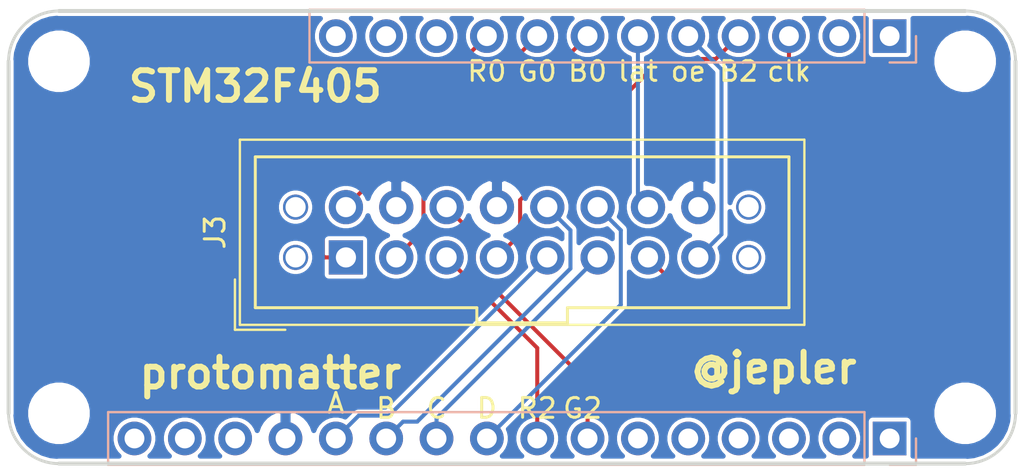
<source format=kicad_pcb>
(kicad_pcb (version 20171130) (host pcbnew 5.1.5+dfsg1-2~bpo10+1)

  (general
    (thickness 1.6)
    (drawings 32)
    (tracks 61)
    (zones 0)
    (modules 7)
    (nets 15)
  )

  (page A4)
  (layers
    (0 F.Cu signal)
    (31 B.Cu signal)
    (32 B.Adhes user)
    (33 F.Adhes user)
    (34 B.Paste user)
    (35 F.Paste user)
    (36 B.SilkS user)
    (37 F.SilkS user)
    (38 B.Mask user)
    (39 F.Mask user)
    (40 Dwgs.User user)
    (41 Cmts.User user)
    (42 Eco1.User user)
    (43 Eco2.User user)
    (44 Edge.Cuts user)
    (45 Margin user)
    (46 B.CrtYd user)
    (47 F.CrtYd user)
    (48 B.Fab user)
    (49 F.Fab user)
  )

  (setup
    (last_trace_width 0.2032)
    (trace_clearance 0.2032)
    (zone_clearance 0.1524)
    (zone_45_only no)
    (trace_min 0.1524)
    (via_size 0.508)
    (via_drill 0.254)
    (via_min_size 0.508)
    (via_min_drill 0.254)
    (uvia_size 0.2032)
    (uvia_drill 0.1)
    (uvias_allowed no)
    (uvia_min_size 0.2)
    (uvia_min_drill 0.1)
    (edge_width 0.15)
    (segment_width 0.2)
    (pcb_text_width 0.3)
    (pcb_text_size 1.5 1.5)
    (mod_edge_width 0.15)
    (mod_text_size 1 1)
    (mod_text_width 0.15)
    (pad_size 1.524 1.524)
    (pad_drill 0.762)
    (pad_to_mask_clearance 0.0508)
    (solder_mask_min_width 0.25)
    (aux_axis_origin 0 0)
    (visible_elements FFFDFF7F)
    (pcbplotparams
      (layerselection 0x3f0ff_ffffffff)
      (usegerberextensions false)
      (usegerberattributes false)
      (usegerberadvancedattributes false)
      (creategerberjobfile true)
      (excludeedgelayer true)
      (linewidth 0.100000)
      (plotframeref false)
      (viasonmask false)
      (mode 1)
      (useauxorigin false)
      (hpglpennumber 1)
      (hpglpenspeed 20)
      (hpglpendiameter 15.000000)
      (psnegative false)
      (psa4output false)
      (plotreference true)
      (plotvalue true)
      (plotinvisibletext false)
      (padsonsilk false)
      (subtractmaskfromsilk false)
      (outputformat 1)
      (mirror false)
      (drillshape 0)
      (scaleselection 1)
      (outputdirectory "gerb/"))
  )

  (net 0 "")
  (net 1 GND)
  (net 2 /G1)
  (net 3 /R1)
  (net 4 /D)
  (net 5 /C)
  (net 6 /B)
  (net 7 /A)
  (net 8 /oe)
  (net 9 /latch)
  (net 10 /B1)
  (net 11 /clk)
  (net 12 /G2)
  (net 13 /R2)
  (net 14 /B2)

  (net_class Default "This is the default net class."
    (clearance 0.2032)
    (trace_width 0.2032)
    (via_dia 0.508)
    (via_drill 0.254)
    (uvia_dia 0.2032)
    (uvia_drill 0.1)
    (add_net /A)
    (add_net /B)
    (add_net /B1)
    (add_net /B2)
    (add_net /C)
    (add_net /D)
    (add_net /G1)
    (add_net /G2)
    (add_net /R1)
    (add_net /R2)
    (add_net /clk)
    (add_net /latch)
    (add_net /oe)
    (add_net GND)
  )

  (module Connector_IDC:IDC-Header_2x08_P2.54mm_Vertical (layer F.Cu) (tedit 59DE0341) (tstamp 5EC60893)
    (at 42.418 37.846 90)
    (descr "Through hole straight IDC box header, 2x08, 2.54mm pitch, double rows")
    (tags "Through hole IDC box header THT 2x08 2.54mm double row")
    (path /5EC630B4)
    (fp_text reference J3 (at 1.27 -6.604 90) (layer F.SilkS)
      (effects (font (size 1 1) (thickness 0.15)))
    )
    (fp_text value Conn_02x08_Odd_Even (at 1.27 24.384 90) (layer F.Fab)
      (effects (font (size 1 1) (thickness 0.15)))
    )
    (fp_line (start -3.655 -5.6) (end -1.115 -5.6) (layer F.SilkS) (width 0.12))
    (fp_line (start -3.655 -5.6) (end -3.655 -3.06) (layer F.SilkS) (width 0.12))
    (fp_line (start -3.405 -5.35) (end 5.945 -5.35) (layer F.SilkS) (width 0.12))
    (fp_line (start -3.405 23.13) (end -3.405 -5.35) (layer F.SilkS) (width 0.12))
    (fp_line (start 5.945 23.13) (end -3.405 23.13) (layer F.SilkS) (width 0.12))
    (fp_line (start 5.945 -5.35) (end 5.945 23.13) (layer F.SilkS) (width 0.12))
    (fp_line (start -3.41 -5.35) (end 5.95 -5.35) (layer F.CrtYd) (width 0.05))
    (fp_line (start -3.41 23.13) (end -3.41 -5.35) (layer F.CrtYd) (width 0.05))
    (fp_line (start 5.95 23.13) (end -3.41 23.13) (layer F.CrtYd) (width 0.05))
    (fp_line (start 5.95 -5.35) (end 5.95 23.13) (layer F.CrtYd) (width 0.05))
    (fp_line (start -3.155 22.88) (end -2.605 22.32) (layer F.Fab) (width 0.1))
    (fp_line (start -3.155 -5.1) (end -2.605 -4.56) (layer F.Fab) (width 0.1))
    (fp_line (start 5.695 22.88) (end 5.145 22.32) (layer F.Fab) (width 0.1))
    (fp_line (start 5.695 -5.1) (end 5.145 -4.56) (layer F.Fab) (width 0.1))
    (fp_line (start 5.145 22.32) (end -2.605 22.32) (layer F.Fab) (width 0.1))
    (fp_line (start 5.695 22.88) (end -3.155 22.88) (layer F.Fab) (width 0.1))
    (fp_line (start 5.145 -4.56) (end -2.605 -4.56) (layer F.Fab) (width 0.1))
    (fp_line (start 5.695 -5.1) (end -3.155 -5.1) (layer F.Fab) (width 0.1))
    (fp_line (start -2.605 11.14) (end -3.155 11.14) (layer F.Fab) (width 0.1))
    (fp_line (start -2.605 6.64) (end -3.155 6.64) (layer F.Fab) (width 0.1))
    (fp_line (start -2.605 11.14) (end -2.605 22.32) (layer F.Fab) (width 0.1))
    (fp_line (start -2.605 -4.56) (end -2.605 6.64) (layer F.Fab) (width 0.1))
    (fp_line (start -3.155 -5.1) (end -3.155 22.88) (layer F.Fab) (width 0.1))
    (fp_line (start 5.145 -4.56) (end 5.145 22.32) (layer F.Fab) (width 0.1))
    (fp_line (start 5.695 -5.1) (end 5.695 22.88) (layer F.Fab) (width 0.1))
    (fp_text user %R (at 1.27 8.89 90) (layer F.Fab)
      (effects (font (size 1 1) (thickness 0.15)))
    )
    (pad 16 thru_hole oval (at 2.54 17.78 90) (size 1.7272 1.7272) (drill 1.016) (layers *.Cu *.Mask)
      (net 1 GND))
    (pad 15 thru_hole oval (at 0 17.78 90) (size 1.7272 1.7272) (drill 1.016) (layers *.Cu *.Mask)
      (net 8 /oe))
    (pad 14 thru_hole oval (at 2.54 15.24 90) (size 1.7272 1.7272) (drill 1.016) (layers *.Cu *.Mask)
      (net 9 /latch))
    (pad 13 thru_hole oval (at 0 15.24 90) (size 1.7272 1.7272) (drill 1.016) (layers *.Cu *.Mask)
      (net 11 /clk))
    (pad 12 thru_hole oval (at 2.54 12.7 90) (size 1.7272 1.7272) (drill 1.016) (layers *.Cu *.Mask)
      (net 4 /D))
    (pad 11 thru_hole oval (at 0 12.7 90) (size 1.7272 1.7272) (drill 1.016) (layers *.Cu *.Mask)
      (net 5 /C))
    (pad 10 thru_hole oval (at 2.54 10.16 90) (size 1.7272 1.7272) (drill 1.016) (layers *.Cu *.Mask)
      (net 6 /B))
    (pad 9 thru_hole oval (at 0 10.16 90) (size 1.7272 1.7272) (drill 1.016) (layers *.Cu *.Mask)
      (net 7 /A))
    (pad 8 thru_hole oval (at 2.54 7.62 90) (size 1.7272 1.7272) (drill 1.016) (layers *.Cu *.Mask)
      (net 1 GND))
    (pad 7 thru_hole oval (at 0 7.62 90) (size 1.7272 1.7272) (drill 1.016) (layers *.Cu *.Mask)
      (net 14 /B2))
    (pad 6 thru_hole oval (at 2.54 5.08 90) (size 1.7272 1.7272) (drill 1.016) (layers *.Cu *.Mask)
      (net 12 /G2))
    (pad 5 thru_hole oval (at 0 5.08 90) (size 1.7272 1.7272) (drill 1.016) (layers *.Cu *.Mask)
      (net 13 /R2))
    (pad 4 thru_hole oval (at 2.54 2.54 90) (size 1.7272 1.7272) (drill 1.016) (layers *.Cu *.Mask)
      (net 1 GND))
    (pad 3 thru_hole oval (at 0 2.54 90) (size 1.7272 1.7272) (drill 1.016) (layers *.Cu *.Mask)
      (net 10 /B1))
    (pad 2 thru_hole oval (at 2.54 0 90) (size 1.7272 1.7272) (drill 1.016) (layers *.Cu *.Mask)
      (net 2 /G1))
    (pad 1 thru_hole rect (at 0 0 90) (size 1.7272 1.7272) (drill 1.016) (layers *.Cu *.Mask)
      (net 3 /R1))
    (model ${KISYS3DMOD}/Connector_IDC.3dshapes/IDC-Header_2x08_P2.54mm_Vertical.wrl
      (at (xyz 0 0 0))
      (scale (xyz 1 1 1))
      (rotate (xyz 0 0 0))
    )
  )

  (module Connector_PinHeader_2.54mm:PinHeader_1x12_P2.54mm_Vertical (layer B.Cu) (tedit 5D3772F5) (tstamp 5D4FBF76)
    (at 69.85 26.67 90)
    (descr "Through hole straight pin header, 1x12, 2.54mm pitch, single row")
    (tags "Through hole pin header THT 1x12 2.54mm single row")
    (path /5D375CC4)
    (fp_text reference J2 (at 0 2.33 90) (layer B.SilkS) hide
      (effects (font (size 1 1) (thickness 0.15)) (justify mirror))
    )
    (fp_text value "feather short" (at 0 -30.27 90) (layer B.Fab) hide
      (effects (font (size 1 1) (thickness 0.15)) (justify mirror))
    )
    (fp_line (start -0.635 1.27) (end 1.27 1.27) (layer B.Fab) (width 0.1))
    (fp_line (start 1.27 1.27) (end 1.27 -29.21) (layer B.Fab) (width 0.1))
    (fp_line (start 1.27 -29.21) (end -1.27 -29.21) (layer B.Fab) (width 0.1))
    (fp_line (start -1.27 -29.21) (end -1.27 0.635) (layer B.Fab) (width 0.1))
    (fp_line (start -1.27 0.635) (end -0.635 1.27) (layer B.Fab) (width 0.1))
    (fp_line (start -1.33 -29.27) (end 1.33 -29.27) (layer B.SilkS) (width 0.12))
    (fp_line (start -1.33 -1.27) (end -1.33 -29.27) (layer B.SilkS) (width 0.12))
    (fp_line (start 1.33 -1.27) (end 1.33 -29.27) (layer B.SilkS) (width 0.12))
    (fp_line (start -1.33 -1.27) (end 1.33 -1.27) (layer B.SilkS) (width 0.12))
    (fp_line (start -1.33 0) (end -1.33 1.33) (layer B.SilkS) (width 0.12))
    (fp_line (start -1.33 1.33) (end 0 1.33) (layer B.SilkS) (width 0.12))
    (fp_line (start -1.8 1.8) (end -1.8 -29.75) (layer B.CrtYd) (width 0.05))
    (fp_line (start -1.8 -29.75) (end 1.8 -29.75) (layer B.CrtYd) (width 0.05))
    (fp_line (start 1.8 -29.75) (end 1.8 1.8) (layer B.CrtYd) (width 0.05))
    (fp_line (start 1.8 1.8) (end -1.8 1.8) (layer B.CrtYd) (width 0.05))
    (fp_text user %R (at 0 -13.97) (layer B.Fab)
      (effects (font (size 1 1) (thickness 0.15)) (justify mirror))
    )
    (pad 1 thru_hole rect (at 0 0 90) (size 1.7 1.7) (drill 1) (layers *.Cu *.Mask))
    (pad 2 thru_hole oval (at 0 -2.54 90) (size 1.7 1.7) (drill 1) (layers *.Cu *.Mask))
    (pad 3 thru_hole oval (at 0 -5.08 90) (size 1.7 1.7) (drill 1) (layers *.Cu *.Mask)
      (net 11 /clk))
    (pad 4 thru_hole oval (at 0 -7.62 90) (size 1.7 1.7) (drill 1) (layers *.Cu *.Mask)
      (net 14 /B2))
    (pad 5 thru_hole oval (at 0 -10.16 90) (size 1.7 1.7) (drill 1) (layers *.Cu *.Mask)
      (net 8 /oe))
    (pad 6 thru_hole oval (at 0 -12.7 90) (size 1.7 1.7) (drill 1) (layers *.Cu *.Mask)
      (net 9 /latch))
    (pad 7 thru_hole oval (at 0 -15.24 90) (size 1.7 1.7) (drill 1) (layers *.Cu *.Mask)
      (net 10 /B1))
    (pad 8 thru_hole oval (at 0 -17.78 90) (size 1.7 1.7) (drill 1) (layers *.Cu *.Mask)
      (net 2 /G1))
    (pad 9 thru_hole oval (at 0 -20.32 90) (size 1.7 1.7) (drill 1) (layers *.Cu *.Mask)
      (net 3 /R1))
    (pad 10 thru_hole oval (at 0 -22.86 90) (size 1.7 1.7) (drill 1) (layers *.Cu *.Mask))
    (pad 11 thru_hole oval (at 0 -25.4 90) (size 1.7 1.7) (drill 1) (layers *.Cu *.Mask))
    (pad 12 thru_hole oval (at 0 -27.94 90) (size 1.7 1.7) (drill 1) (layers *.Cu *.Mask))
    (model ${KISYS3DMOD}/Connector_PinHeader_2.54mm.3dshapes/PinHeader_1x12_P2.54mm_Vertical.wrl
      (at (xyz 0 0 0))
      (scale (xyz 1 1 1))
      (rotate (xyz 0 0 0))
    )
  )

  (module Connector_PinHeader_2.54mm:PinHeader_1x16_P2.54mm_Vertical (layer B.Cu) (tedit 5D3772F9) (tstamp 5D4FBF56)
    (at 69.85 46.99 90)
    (descr "Through hole straight pin header, 1x16, 2.54mm pitch, single row")
    (tags "Through hole pin header THT 1x16 2.54mm single row")
    (path /5D375C76)
    (fp_text reference J1 (at 0 2.33 90) (layer B.SilkS) hide
      (effects (font (size 1 1) (thickness 0.15)) (justify mirror))
    )
    (fp_text value "feather long" (at 0 -40.43 90) (layer B.Fab) hide
      (effects (font (size 1 1) (thickness 0.15)) (justify mirror))
    )
    (fp_line (start -0.635 1.27) (end 1.27 1.27) (layer B.Fab) (width 0.1))
    (fp_line (start 1.27 1.27) (end 1.27 -39.37) (layer B.Fab) (width 0.1))
    (fp_line (start 1.27 -39.37) (end -1.27 -39.37) (layer B.Fab) (width 0.1))
    (fp_line (start -1.27 -39.37) (end -1.27 0.635) (layer B.Fab) (width 0.1))
    (fp_line (start -1.27 0.635) (end -0.635 1.27) (layer B.Fab) (width 0.1))
    (fp_line (start -1.33 -39.43) (end 1.33 -39.43) (layer B.SilkS) (width 0.12))
    (fp_line (start -1.33 -1.27) (end -1.33 -39.43) (layer B.SilkS) (width 0.12))
    (fp_line (start 1.33 -1.27) (end 1.33 -39.43) (layer B.SilkS) (width 0.12))
    (fp_line (start -1.33 -1.27) (end 1.33 -1.27) (layer B.SilkS) (width 0.12))
    (fp_line (start -1.33 0) (end -1.33 1.33) (layer B.SilkS) (width 0.12))
    (fp_line (start -1.33 1.33) (end 0 1.33) (layer B.SilkS) (width 0.12))
    (fp_line (start -1.8 1.8) (end -1.8 -39.9) (layer B.CrtYd) (width 0.05))
    (fp_line (start -1.8 -39.9) (end 1.8 -39.9) (layer B.CrtYd) (width 0.05))
    (fp_line (start 1.8 -39.9) (end 1.8 1.8) (layer B.CrtYd) (width 0.05))
    (fp_line (start 1.8 1.8) (end -1.8 1.8) (layer B.CrtYd) (width 0.05))
    (fp_text user %R (at 0 -19.05) (layer B.Fab)
      (effects (font (size 1 1) (thickness 0.15)) (justify mirror))
    )
    (pad 1 thru_hole rect (at 0 0 90) (size 1.7 1.7) (drill 1) (layers *.Cu *.Mask))
    (pad 2 thru_hole oval (at 0 -2.54 90) (size 1.7 1.7) (drill 1) (layers *.Cu *.Mask))
    (pad 3 thru_hole oval (at 0 -5.08 90) (size 1.7 1.7) (drill 1) (layers *.Cu *.Mask))
    (pad 4 thru_hole oval (at 0 -7.62 90) (size 1.7 1.7) (drill 1) (layers *.Cu *.Mask))
    (pad 5 thru_hole oval (at 0 -10.16 90) (size 1.7 1.7) (drill 1) (layers *.Cu *.Mask))
    (pad 6 thru_hole oval (at 0 -12.7 90) (size 1.7 1.7) (drill 1) (layers *.Cu *.Mask))
    (pad 7 thru_hole oval (at 0 -15.24 90) (size 1.7 1.7) (drill 1) (layers *.Cu *.Mask)
      (net 12 /G2))
    (pad 8 thru_hole oval (at 0 -17.78 90) (size 1.7 1.7) (drill 1) (layers *.Cu *.Mask)
      (net 13 /R2))
    (pad 9 thru_hole oval (at 0 -20.32 90) (size 1.7 1.7) (drill 1) (layers *.Cu *.Mask)
      (net 4 /D))
    (pad 10 thru_hole oval (at 0 -22.86 90) (size 1.7 1.7) (drill 1) (layers *.Cu *.Mask)
      (net 5 /C))
    (pad 11 thru_hole oval (at 0 -25.4 90) (size 1.7 1.7) (drill 1) (layers *.Cu *.Mask)
      (net 6 /B))
    (pad 12 thru_hole oval (at 0 -27.94 90) (size 1.7 1.7) (drill 1) (layers *.Cu *.Mask)
      (net 7 /A))
    (pad 13 thru_hole oval (at 0 -30.48 90) (size 1.7 1.7) (drill 1) (layers *.Cu *.Mask)
      (net 1 GND))
    (pad 14 thru_hole oval (at 0 -33.02 90) (size 1.7 1.7) (drill 1) (layers *.Cu *.Mask))
    (pad 15 thru_hole oval (at 0 -35.56 90) (size 1.7 1.7) (drill 1) (layers *.Cu *.Mask))
    (pad 16 thru_hole oval (at 0 -38.1 90) (size 1.7 1.7) (drill 1) (layers *.Cu *.Mask))
    (model ${KISYS3DMOD}/Connector_PinHeader_2.54mm.3dshapes/PinHeader_1x16_P2.54mm_Vertical.wrl
      (at (xyz 0 0 0))
      (scale (xyz 1 1 1))
      (rotate (xyz 0 0 0))
    )
  )

  (module MountingHole:MountingHole_2.7mm_M2.5 locked (layer F.Cu) (tedit 5D377204) (tstamp 5D4FBE97)
    (at 73.66 27.94)
    (descr "Mounting Hole 2.7mm, no annular, M2.5")
    (tags "mounting hole 2.7mm no annular m2.5")
    (attr virtual)
    (fp_text reference REF** (at 0 -3.7) (layer F.SilkS) hide
      (effects (font (size 1 1) (thickness 0.15)))
    )
    (fp_text value MountingHole_2.7mm_M2.5 (at 0 3.7) (layer F.Fab) hide
      (effects (font (size 1 1) (thickness 0.15)))
    )
    (fp_text user %R (at 0.3 0) (layer F.Fab) hide
      (effects (font (size 1 1) (thickness 0.15)))
    )
    (fp_circle (center 0 0) (end 2.7 0) (layer Cmts.User) (width 0.15))
    (fp_circle (center 0 0) (end 2.95 0) (layer F.CrtYd) (width 0.05))
    (pad 1 np_thru_hole circle (at 0 0) (size 2.7 2.7) (drill 2.7) (layers *.Cu *.Mask))
  )

  (module MountingHole:MountingHole_2.7mm_M2.5 locked (layer F.Cu) (tedit 5D377204) (tstamp 5D4FBE89)
    (at 73.66 45.72)
    (descr "Mounting Hole 2.7mm, no annular, M2.5")
    (tags "mounting hole 2.7mm no annular m2.5")
    (attr virtual)
    (fp_text reference REF** (at 0 -3.7) (layer F.SilkS) hide
      (effects (font (size 1 1) (thickness 0.15)))
    )
    (fp_text value MountingHole_2.7mm_M2.5 (at 0 3.7) (layer F.Fab) hide
      (effects (font (size 1 1) (thickness 0.15)))
    )
    (fp_circle (center 0 0) (end 2.95 0) (layer F.CrtYd) (width 0.05))
    (fp_circle (center 0 0) (end 2.7 0) (layer Cmts.User) (width 0.15))
    (fp_text user %R (at 0.3 0) (layer F.Fab) hide
      (effects (font (size 1 1) (thickness 0.15)))
    )
    (pad 1 np_thru_hole circle (at 0 0) (size 2.7 2.7) (drill 2.7) (layers *.Cu *.Mask))
  )

  (module MountingHole:MountingHole_2.7mm_M2.5 locked (layer F.Cu) (tedit 5D377204) (tstamp 5D4FBE7B)
    (at 27.94 45.72)
    (descr "Mounting Hole 2.7mm, no annular, M2.5")
    (tags "mounting hole 2.7mm no annular m2.5")
    (attr virtual)
    (fp_text reference REF** (at 0 -3.7) (layer F.SilkS) hide
      (effects (font (size 1 1) (thickness 0.15)))
    )
    (fp_text value MountingHole_2.7mm_M2.5 (at 0 3.7) (layer F.Fab) hide
      (effects (font (size 1 1) (thickness 0.15)))
    )
    (fp_text user %R (at 0.3 0) (layer F.Fab) hide
      (effects (font (size 1 1) (thickness 0.15)))
    )
    (fp_circle (center 0 0) (end 2.7 0) (layer Cmts.User) (width 0.15))
    (fp_circle (center 0 0) (end 2.95 0) (layer F.CrtYd) (width 0.05))
    (pad 1 np_thru_hole circle (at 0 0) (size 2.7 2.7) (drill 2.7) (layers *.Cu *.Mask))
  )

  (module MountingHole:MountingHole_2.7mm_M2.5 locked (layer F.Cu) (tedit 5D377204) (tstamp 5D4FBE61)
    (at 27.94 27.94)
    (descr "Mounting Hole 2.7mm, no annular, M2.5")
    (tags "mounting hole 2.7mm no annular m2.5")
    (attr virtual)
    (fp_text reference REF** (at 0 -3.7) (layer F.SilkS) hide
      (effects (font (size 1 1) (thickness 0.15)))
    )
    (fp_text value MountingHole_2.7mm_M2.5 (at 0 3.7) (layer F.Fab) hide
      (effects (font (size 1 1) (thickness 0.15)))
    )
    (fp_circle (center 0 0) (end 2.95 0) (layer F.CrtYd) (width 0.05))
    (fp_circle (center 0 0) (end 2.7 0) (layer Cmts.User) (width 0.15))
    (fp_text user %R (at 0.3 0) (layer F.Fab) hide
      (effects (font (size 1 1) (thickness 0.15)))
    )
    (pad 1 np_thru_hole circle (at 0 0) (size 2.7 2.7) (drill 2.7) (layers *.Cu *.Mask))
  )

  (gr_line (start 64.77 32.766) (end 37.846 32.766) (layer F.SilkS) (width 0.15) (tstamp 5EC61D45))
  (gr_line (start 64.77 40.386) (end 64.77 32.766) (layer F.SilkS) (width 0.15))
  (gr_line (start 53.594 40.386) (end 64.77 40.386) (layer F.SilkS) (width 0.15))
  (gr_line (start 53.594 41.148) (end 53.594 40.386) (layer F.SilkS) (width 0.15))
  (gr_line (start 49.022 41.148) (end 53.594 41.148) (layer F.SilkS) (width 0.15))
  (gr_line (start 49.022 40.386) (end 49.022 41.148) (layer F.SilkS) (width 0.15))
  (gr_line (start 37.846 40.386) (end 49.022 40.386) (layer F.SilkS) (width 0.15))
  (gr_line (start 37.846 32.766) (end 37.846 40.386) (layer F.SilkS) (width 0.15))
  (gr_text clk (at 64.77 28.448) (layer F.SilkS)
    (effects (font (size 1 1) (thickness 0.15)))
  )
  (gr_text B2 (at 62.23 28.448) (layer F.SilkS)
    (effects (font (size 1 1) (thickness 0.15)))
  )
  (gr_text oe (at 59.69 28.448) (layer F.SilkS)
    (effects (font (size 1 1) (thickness 0.15)))
  )
  (gr_text lat (at 57.15 28.448) (layer F.SilkS)
    (effects (font (size 1 1) (thickness 0.15)))
  )
  (gr_text "B0\n" (at 54.61 28.448) (layer F.SilkS)
    (effects (font (size 1 1) (thickness 0.15)))
  )
  (gr_text "G0\n" (at 52.07 28.448) (layer F.SilkS)
    (effects (font (size 1 1) (thickness 0.15)))
  )
  (gr_text R0 (at 49.53 28.448) (layer F.SilkS)
    (effects (font (size 1 1) (thickness 0.15)))
  )
  (gr_text G2 (at 54.356 45.466) (layer F.SilkS)
    (effects (font (size 1 1) (thickness 0.15)))
  )
  (gr_text R2 (at 52.07 45.466) (layer F.SilkS)
    (effects (font (size 1 1) (thickness 0.15)))
  )
  (gr_text D (at 49.53 45.466) (layer F.SilkS)
    (effects (font (size 1 1) (thickness 0.15)))
  )
  (gr_text C (at 46.99 45.466) (layer F.SilkS)
    (effects (font (size 1 1) (thickness 0.15)))
  )
  (gr_text B (at 44.45 45.466) (layer F.SilkS)
    (effects (font (size 1 1) (thickness 0.15)))
  )
  (gr_text A (at 41.91 45.212) (layer F.SilkS)
    (effects (font (size 1 1) (thickness 0.15)))
  )
  (gr_text protomatter (at 38.608 43.688) (layer F.SilkS)
    (effects (font (size 1.5 1.5) (thickness 0.3)))
  )
  (gr_text "@jepler\n" (at 64.008 43.434) (layer F.SilkS)
    (effects (font (size 1.5 1.5) (thickness 0.3)))
  )
  (gr_text STM32F405 (at 37.846 29.21) (layer F.SilkS)
    (effects (font (size 1.5 1.5) (thickness 0.3)))
  )
  (gr_arc (start 73.66 27.94) (end 76.2 27.94) (angle -90) (layer Edge.Cuts) (width 0.15))
  (gr_arc (start 73.66 45.72) (end 73.66 48.26) (angle -90) (layer Edge.Cuts) (width 0.15))
  (gr_arc (start 27.94 45.72) (end 25.4 45.72) (angle -90) (layer Edge.Cuts) (width 0.15))
  (gr_arc (start 27.94 27.94) (end 27.94 25.4) (angle -90) (layer Edge.Cuts) (width 0.15))
  (gr_line (start 25.4 45.72) (end 25.4 27.94) (layer Edge.Cuts) (width 0.2))
  (gr_line (start 73.66 48.26) (end 27.94 48.26) (layer Edge.Cuts) (width 0.2))
  (gr_line (start 76.2 27.94) (end 76.2 45.72) (layer Edge.Cuts) (width 0.2))
  (gr_line (start 27.94 25.4) (end 73.66 25.4) (layer Edge.Cuts) (width 0.2))

  (via (at 39.878 35.306) (size 1.27) (drill 1.016) (layers F.Cu B.Cu) (net 0))
  (via (at 39.878 37.846) (size 1.27) (drill 1.016) (layers F.Cu B.Cu) (net 0))
  (via (at 62.738 37.846) (size 1.27) (drill 1.016) (layers F.Cu B.Cu) (net 0))
  (via (at 62.738 35.306) (size 1.27) (drill 1.016) (layers F.Cu B.Cu) (net 0))
  (segment (start 43.281599 34.442401) (end 42.418 35.306) (width 0.2032) (layer F.Cu) (net 2))
  (segment (start 49.899199 27.824801) (end 43.281599 34.442401) (width 0.2032) (layer F.Cu) (net 2))
  (segment (start 50.915199 27.824801) (end 49.899199 27.824801) (width 0.2032) (layer F.Cu) (net 2))
  (segment (start 52.07 26.67) (end 50.915199 27.824801) (width 0.2032) (layer F.Cu) (net 2))
  (segment (start 41.249599 37.744399) (end 41.3512 37.846) (width 0.2032) (layer F.Cu) (net 3))
  (segment (start 41.249599 34.745167) (end 41.249599 37.744399) (width 0.2032) (layer F.Cu) (net 3))
  (segment (start 41.3512 37.846) (end 42.418 37.846) (width 0.2032) (layer F.Cu) (net 3))
  (segment (start 48.169965 27.824801) (end 41.249599 34.745167) (width 0.2032) (layer F.Cu) (net 3))
  (segment (start 48.375199 27.824801) (end 48.169965 27.824801) (width 0.2032) (layer F.Cu) (net 3))
  (segment (start 49.53 26.67) (end 48.375199 27.824801) (width 0.2032) (layer F.Cu) (net 3))
  (segment (start 49.53 46.99) (end 49.53 46.736) (width 0.2032) (layer F.Cu) (net 4))
  (segment (start 55.981599 36.169599) (end 55.118 35.306) (width 0.2032) (layer B.Cu) (net 4))
  (segment (start 56.286401 36.474401) (end 55.981599 36.169599) (width 0.2032) (layer B.Cu) (net 4))
  (segment (start 56.286401 40.233599) (end 56.286401 36.474401) (width 0.2032) (layer B.Cu) (net 4))
  (segment (start 49.53 46.99) (end 56.286401 40.233599) (width 0.2032) (layer B.Cu) (net 4))
  (segment (start 46.99 45.974) (end 46.99 46.99) (width 0.2032) (layer B.Cu) (net 5))
  (segment (start 55.118 37.846) (end 46.99 45.974) (width 0.2032) (layer B.Cu) (net 5))
  (segment (start 53.746401 38.406833) (end 53.746401 36.474401) (width 0.2032) (layer B.Cu) (net 6))
  (segment (start 53.746401 36.474401) (end 53.441599 36.169599) (width 0.2032) (layer B.Cu) (net 6))
  (segment (start 46.013233 46.140001) (end 53.746401 38.406833) (width 0.2032) (layer B.Cu) (net 6))
  (segment (start 53.441599 36.169599) (end 52.578 35.306) (width 0.2032) (layer B.Cu) (net 6))
  (segment (start 45.299999 46.140001) (end 46.013233 46.140001) (width 0.2032) (layer B.Cu) (net 6))
  (segment (start 44.45 46.99) (end 45.299999 46.140001) (width 0.2032) (layer B.Cu) (net 6))
  (segment (start 51.714401 38.709599) (end 52.578 37.846) (width 0.2032) (layer B.Cu) (net 7))
  (segment (start 44.588801 45.835199) (end 51.714401 38.709599) (width 0.2032) (layer B.Cu) (net 7))
  (segment (start 43.064801 45.835199) (end 44.588801 45.835199) (width 0.2032) (layer B.Cu) (net 7))
  (segment (start 41.91 46.99) (end 43.064801 45.835199) (width 0.2032) (layer B.Cu) (net 7))
  (segment (start 61.061599 36.982401) (end 60.198 37.846) (width 0.2032) (layer B.Cu) (net 8))
  (segment (start 61.366401 28.346401) (end 61.366401 36.677599) (width 0.2032) (layer B.Cu) (net 8))
  (segment (start 61.366401 36.677599) (end 61.061599 36.982401) (width 0.2032) (layer B.Cu) (net 8))
  (segment (start 59.69 26.67) (end 61.366401 28.346401) (width 0.2032) (layer B.Cu) (net 8))
  (segment (start 57.15 34.798) (end 57.658 35.306) (width 0.2032) (layer B.Cu) (net 9))
  (segment (start 57.15 26.67) (end 57.15 34.798) (width 0.2032) (layer B.Cu) (net 9))
  (segment (start 45.821599 36.982401) (end 44.958 37.846) (width 0.2032) (layer F.Cu) (net 10))
  (segment (start 46.329599 34.745167) (end 46.329599 36.474401) (width 0.2032) (layer F.Cu) (net 10))
  (segment (start 46.329599 36.474401) (end 45.821599 36.982401) (width 0.2032) (layer F.Cu) (net 10))
  (segment (start 53.249965 27.824801) (end 46.329599 34.745167) (width 0.2032) (layer F.Cu) (net 10))
  (segment (start 53.455199 27.824801) (end 53.249965 27.824801) (width 0.2032) (layer F.Cu) (net 10))
  (segment (start 54.61 26.67) (end 53.455199 27.824801) (width 0.2032) (layer F.Cu) (net 10))
  (segment (start 57.658 37.846) (end 58.928 39.116) (width 0.2032) (layer F.Cu) (net 11))
  (segment (start 64.77 27.872081) (end 64.77 26.67) (width 0.2032) (layer F.Cu) (net 11))
  (segment (start 62.858906 39.116) (end 64.77 37.204906) (width 0.2032) (layer F.Cu) (net 11))
  (segment (start 64.77 37.204906) (end 64.77 27.872081) (width 0.2032) (layer F.Cu) (net 11))
  (segment (start 58.928 39.116) (end 62.858906 39.116) (width 0.2032) (layer F.Cu) (net 11))
  (segment (start 48.869599 36.677599) (end 48.361599 36.169599) (width 0.2032) (layer F.Cu) (net 12))
  (segment (start 48.361599 36.169599) (end 47.498 35.306) (width 0.2032) (layer F.Cu) (net 12))
  (segment (start 48.869599 38.406833) (end 48.869599 36.677599) (width 0.2032) (layer F.Cu) (net 12))
  (segment (start 54.61 44.147234) (end 48.869599 38.406833) (width 0.2032) (layer F.Cu) (net 12))
  (segment (start 54.61 46.99) (end 54.61 44.147234) (width 0.2032) (layer F.Cu) (net 12))
  (segment (start 52.07 42.418) (end 47.498 37.846) (width 0.2032) (layer F.Cu) (net 13))
  (segment (start 52.07 46.99) (end 52.07 42.418) (width 0.2032) (layer F.Cu) (net 13))
  (segment (start 50.901599 36.982401) (end 50.038 37.846) (width 0.2032) (layer F.Cu) (net 14))
  (segment (start 51.206401 36.677599) (end 50.901599 36.982401) (width 0.2032) (layer F.Cu) (net 14))
  (segment (start 51.206401 34.948365) (end 51.206401 36.677599) (width 0.2032) (layer F.Cu) (net 14))
  (segment (start 58.329965 27.824801) (end 51.206401 34.948365) (width 0.2032) (layer F.Cu) (net 14))
  (segment (start 61.075199 27.824801) (end 58.329965 27.824801) (width 0.2032) (layer F.Cu) (net 14))
  (segment (start 62.23 26.67) (end 61.075199 27.824801) (width 0.2032) (layer F.Cu) (net 14))

  (zone (net 1) (net_name GND) (layer B.Cu) (tstamp 0) (hatch edge 0.508)
    (connect_pads (clearance 0.1524))
    (min_thickness 0.254)
    (fill yes (arc_segments 32) (thermal_gap 0.508) (thermal_bridge_width 0.508))
    (polygon
      (pts
        (xy 76.2 48.26) (xy 25.4 48.26) (xy 25.4 25.4) (xy 76.2 25.4)
      )
    )
    (filled_polygon
      (pts
        (xy 27.865625 25.77391) (xy 27.921368 25.7794) (xy 41.131546 25.7794) (xy 40.993279 25.917667) (xy 40.864121 26.110966)
        (xy 40.775155 26.325748) (xy 40.7298 26.55376) (xy 40.7298 26.78624) (xy 40.775155 27.014252) (xy 40.864121 27.229034)
        (xy 40.993279 27.422333) (xy 41.157667 27.586721) (xy 41.350966 27.715879) (xy 41.565748 27.804845) (xy 41.79376 27.8502)
        (xy 42.02624 27.8502) (xy 42.254252 27.804845) (xy 42.469034 27.715879) (xy 42.662333 27.586721) (xy 42.826721 27.422333)
        (xy 42.955879 27.229034) (xy 43.044845 27.014252) (xy 43.0902 26.78624) (xy 43.0902 26.55376) (xy 43.044845 26.325748)
        (xy 42.955879 26.110966) (xy 42.826721 25.917667) (xy 42.688454 25.7794) (xy 43.671546 25.7794) (xy 43.533279 25.917667)
        (xy 43.404121 26.110966) (xy 43.315155 26.325748) (xy 43.2698 26.55376) (xy 43.2698 26.78624) (xy 43.315155 27.014252)
        (xy 43.404121 27.229034) (xy 43.533279 27.422333) (xy 43.697667 27.586721) (xy 43.890966 27.715879) (xy 44.105748 27.804845)
        (xy 44.33376 27.8502) (xy 44.56624 27.8502) (xy 44.794252 27.804845) (xy 45.009034 27.715879) (xy 45.202333 27.586721)
        (xy 45.366721 27.422333) (xy 45.495879 27.229034) (xy 45.584845 27.014252) (xy 45.6302 26.78624) (xy 45.6302 26.55376)
        (xy 45.584845 26.325748) (xy 45.495879 26.110966) (xy 45.366721 25.917667) (xy 45.228454 25.7794) (xy 46.211546 25.7794)
        (xy 46.073279 25.917667) (xy 45.944121 26.110966) (xy 45.855155 26.325748) (xy 45.8098 26.55376) (xy 45.8098 26.78624)
        (xy 45.855155 27.014252) (xy 45.944121 27.229034) (xy 46.073279 27.422333) (xy 46.237667 27.586721) (xy 46.430966 27.715879)
        (xy 46.645748 27.804845) (xy 46.87376 27.8502) (xy 47.10624 27.8502) (xy 47.334252 27.804845) (xy 47.549034 27.715879)
        (xy 47.742333 27.586721) (xy 47.906721 27.422333) (xy 48.035879 27.229034) (xy 48.124845 27.014252) (xy 48.1702 26.78624)
        (xy 48.1702 26.55376) (xy 48.124845 26.325748) (xy 48.035879 26.110966) (xy 47.906721 25.917667) (xy 47.768454 25.7794)
        (xy 48.751546 25.7794) (xy 48.613279 25.917667) (xy 48.484121 26.110966) (xy 48.395155 26.325748) (xy 48.3498 26.55376)
        (xy 48.3498 26.78624) (xy 48.395155 27.014252) (xy 48.484121 27.229034) (xy 48.613279 27.422333) (xy 48.777667 27.586721)
        (xy 48.970966 27.715879) (xy 49.185748 27.804845) (xy 49.41376 27.8502) (xy 49.64624 27.8502) (xy 49.874252 27.804845)
        (xy 50.089034 27.715879) (xy 50.282333 27.586721) (xy 50.446721 27.422333) (xy 50.575879 27.229034) (xy 50.664845 27.014252)
        (xy 50.7102 26.78624) (xy 50.7102 26.55376) (xy 50.664845 26.325748) (xy 50.575879 26.110966) (xy 50.446721 25.917667)
        (xy 50.308454 25.7794) (xy 51.291546 25.7794) (xy 51.153279 25.917667) (xy 51.024121 26.110966) (xy 50.935155 26.325748)
        (xy 50.8898 26.55376) (xy 50.8898 26.78624) (xy 50.935155 27.014252) (xy 51.024121 27.229034) (xy 51.153279 27.422333)
        (xy 51.317667 27.586721) (xy 51.510966 27.715879) (xy 51.725748 27.804845) (xy 51.95376 27.8502) (xy 52.18624 27.8502)
        (xy 52.414252 27.804845) (xy 52.629034 27.715879) (xy 52.822333 27.586721) (xy 52.986721 27.422333) (xy 53.115879 27.229034)
        (xy 53.204845 27.014252) (xy 53.2502 26.78624) (xy 53.2502 26.55376) (xy 53.204845 26.325748) (xy 53.115879 26.110966)
        (xy 52.986721 25.917667) (xy 52.848454 25.7794) (xy 53.831546 25.7794) (xy 53.693279 25.917667) (xy 53.564121 26.110966)
        (xy 53.475155 26.325748) (xy 53.4298 26.55376) (xy 53.4298 26.78624) (xy 53.475155 27.014252) (xy 53.564121 27.229034)
        (xy 53.693279 27.422333) (xy 53.857667 27.586721) (xy 54.050966 27.715879) (xy 54.265748 27.804845) (xy 54.49376 27.8502)
        (xy 54.72624 27.8502) (xy 54.954252 27.804845) (xy 55.169034 27.715879) (xy 55.362333 27.586721) (xy 55.526721 27.422333)
        (xy 55.655879 27.229034) (xy 55.744845 27.014252) (xy 55.7902 26.78624) (xy 55.7902 26.55376) (xy 55.744845 26.325748)
        (xy 55.655879 26.110966) (xy 55.526721 25.917667) (xy 55.388454 25.7794) (xy 56.371546 25.7794) (xy 56.233279 25.917667)
        (xy 56.104121 26.110966) (xy 56.015155 26.325748) (xy 55.9698 26.55376) (xy 55.9698 26.78624) (xy 56.015155 27.014252)
        (xy 56.104121 27.229034) (xy 56.233279 27.422333) (xy 56.397667 27.586721) (xy 56.590966 27.715879) (xy 56.7182 27.768581)
        (xy 56.718201 34.563726) (xy 56.600068 34.740524) (xy 56.510077 34.957781) (xy 56.4642 35.188421) (xy 56.4642 35.423579)
        (xy 56.510077 35.654219) (xy 56.600068 35.871476) (xy 56.730715 36.067003) (xy 56.896997 36.233285) (xy 57.092524 36.363932)
        (xy 57.309781 36.453923) (xy 57.540421 36.4998) (xy 57.775579 36.4998) (xy 58.006219 36.453923) (xy 58.223476 36.363932)
        (xy 58.419003 36.233285) (xy 58.585285 36.067003) (xy 58.715932 35.871476) (xy 58.769946 35.741074) (xy 58.841036 35.941978)
        (xy 58.991183 36.194488) (xy 59.187707 36.412854) (xy 59.423056 36.588684) (xy 59.688186 36.715222) (xy 59.757577 36.736269)
        (xy 59.632524 36.788068) (xy 59.436997 36.918715) (xy 59.270715 37.084997) (xy 59.140068 37.280524) (xy 59.050077 37.497781)
        (xy 59.0042 37.728421) (xy 59.0042 37.963579) (xy 59.050077 38.194219) (xy 59.140068 38.411476) (xy 59.270715 38.607003)
        (xy 59.436997 38.773285) (xy 59.632524 38.903932) (xy 59.849781 38.993923) (xy 60.080421 39.0398) (xy 60.315579 39.0398)
        (xy 60.546219 38.993923) (xy 60.763476 38.903932) (xy 60.959003 38.773285) (xy 61.125285 38.607003) (xy 61.255932 38.411476)
        (xy 61.345923 38.194219) (xy 61.3918 37.963579) (xy 61.3918 37.750936) (xy 61.7728 37.750936) (xy 61.7728 37.941064)
        (xy 61.809892 38.127538) (xy 61.882651 38.303194) (xy 61.98828 38.461279) (xy 62.122721 38.59572) (xy 62.280806 38.701349)
        (xy 62.456462 38.774108) (xy 62.642936 38.8112) (xy 62.833064 38.8112) (xy 63.019538 38.774108) (xy 63.195194 38.701349)
        (xy 63.353279 38.59572) (xy 63.48772 38.461279) (xy 63.593349 38.303194) (xy 63.666108 38.127538) (xy 63.7032 37.941064)
        (xy 63.7032 37.750936) (xy 63.666108 37.564462) (xy 63.593349 37.388806) (xy 63.48772 37.230721) (xy 63.353279 37.09628)
        (xy 63.195194 36.990651) (xy 63.019538 36.917892) (xy 62.833064 36.8808) (xy 62.642936 36.8808) (xy 62.456462 36.917892)
        (xy 62.280806 36.990651) (xy 62.122721 37.09628) (xy 61.98828 37.230721) (xy 61.882651 37.388806) (xy 61.809892 37.564462)
        (xy 61.7728 37.750936) (xy 61.3918 37.750936) (xy 61.3918 37.728421) (xy 61.345923 37.497781) (xy 61.290553 37.364105)
        (xy 61.381925 37.272733) (xy 61.381933 37.272723) (xy 61.656732 36.997926) (xy 61.673207 36.984405) (xy 61.727167 36.918655)
        (xy 61.767262 36.843641) (xy 61.791953 36.762247) (xy 61.794012 36.741346) (xy 61.80029 36.6776) (xy 61.798201 36.65639)
        (xy 61.798201 35.528763) (xy 61.809892 35.587538) (xy 61.882651 35.763194) (xy 61.98828 35.921279) (xy 62.122721 36.05572)
        (xy 62.280806 36.161349) (xy 62.456462 36.234108) (xy 62.642936 36.2712) (xy 62.833064 36.2712) (xy 63.019538 36.234108)
        (xy 63.195194 36.161349) (xy 63.353279 36.05572) (xy 63.48772 35.921279) (xy 63.593349 35.763194) (xy 63.666108 35.587538)
        (xy 63.7032 35.401064) (xy 63.7032 35.210936) (xy 63.666108 35.024462) (xy 63.593349 34.848806) (xy 63.48772 34.690721)
        (xy 63.353279 34.55628) (xy 63.195194 34.450651) (xy 63.019538 34.377892) (xy 62.833064 34.3408) (xy 62.642936 34.3408)
        (xy 62.456462 34.377892) (xy 62.280806 34.450651) (xy 62.122721 34.55628) (xy 61.98828 34.690721) (xy 61.882651 34.848806)
        (xy 61.809892 35.024462) (xy 61.798201 35.083237) (xy 61.798201 28.36761) (xy 61.80029 28.3464) (xy 61.791953 28.261753)
        (xy 61.784101 28.235869) (xy 61.767262 28.180359) (xy 61.727167 28.105345) (xy 61.673207 28.039595) (xy 61.656729 28.026072)
        (xy 60.772143 27.141486) (xy 60.824845 27.014252) (xy 60.8702 26.78624) (xy 60.8702 26.55376) (xy 60.824845 26.325748)
        (xy 60.735879 26.110966) (xy 60.606721 25.917667) (xy 60.468454 25.7794) (xy 61.451546 25.7794) (xy 61.313279 25.917667)
        (xy 61.184121 26.110966) (xy 61.095155 26.325748) (xy 61.0498 26.55376) (xy 61.0498 26.78624) (xy 61.095155 27.014252)
        (xy 61.184121 27.229034) (xy 61.313279 27.422333) (xy 61.477667 27.586721) (xy 61.670966 27.715879) (xy 61.885748 27.804845)
        (xy 62.11376 27.8502) (xy 62.34624 27.8502) (xy 62.574252 27.804845) (xy 62.789034 27.715879) (xy 62.982333 27.586721)
        (xy 63.146721 27.422333) (xy 63.275879 27.229034) (xy 63.364845 27.014252) (xy 63.4102 26.78624) (xy 63.4102 26.55376)
        (xy 63.364845 26.325748) (xy 63.275879 26.110966) (xy 63.146721 25.917667) (xy 63.008454 25.7794) (xy 63.991546 25.7794)
        (xy 63.853279 25.917667) (xy 63.724121 26.110966) (xy 63.635155 26.325748) (xy 63.5898 26.55376) (xy 63.5898 26.78624)
        (xy 63.635155 27.014252) (xy 63.724121 27.229034) (xy 63.853279 27.422333) (xy 64.017667 27.586721) (xy 64.210966 27.715879)
        (xy 64.425748 27.804845) (xy 64.65376 27.8502) (xy 64.88624 27.8502) (xy 65.114252 27.804845) (xy 65.329034 27.715879)
        (xy 65.522333 27.586721) (xy 65.686721 27.422333) (xy 65.815879 27.229034) (xy 65.904845 27.014252) (xy 65.9502 26.78624)
        (xy 65.9502 26.55376) (xy 65.904845 26.325748) (xy 65.815879 26.110966) (xy 65.686721 25.917667) (xy 65.548454 25.7794)
        (xy 66.531546 25.7794) (xy 66.393279 25.917667) (xy 66.264121 26.110966) (xy 66.175155 26.325748) (xy 66.1298 26.55376)
        (xy 66.1298 26.78624) (xy 66.175155 27.014252) (xy 66.264121 27.229034) (xy 66.393279 27.422333) (xy 66.557667 27.586721)
        (xy 66.750966 27.715879) (xy 66.965748 27.804845) (xy 67.19376 27.8502) (xy 67.42624 27.8502) (xy 67.654252 27.804845)
        (xy 67.869034 27.715879) (xy 68.062333 27.586721) (xy 68.226721 27.422333) (xy 68.355879 27.229034) (xy 68.444845 27.014252)
        (xy 68.4902 26.78624) (xy 68.4902 26.55376) (xy 68.444845 26.325748) (xy 68.355879 26.110966) (xy 68.226721 25.917667)
        (xy 68.088454 25.7794) (xy 68.672202 25.7794) (xy 68.668203 25.82) (xy 68.668203 27.52) (xy 68.674578 27.58473)
        (xy 68.69346 27.646973) (xy 68.724121 27.704337) (xy 68.765384 27.754616) (xy 68.815663 27.795879) (xy 68.873027 27.82654)
        (xy 68.93527 27.845422) (xy 69 27.851797) (xy 70.7 27.851797) (xy 70.76473 27.845422) (xy 70.826973 27.82654)
        (xy 70.884337 27.795879) (xy 70.910369 27.774515) (xy 71.9798 27.774515) (xy 71.9798 28.105485) (xy 72.044369 28.430096)
        (xy 72.171026 28.735873) (xy 72.354903 29.011065) (xy 72.588935 29.245097) (xy 72.864127 29.428974) (xy 73.169904 29.555631)
        (xy 73.494515 29.6202) (xy 73.825485 29.6202) (xy 74.150096 29.555631) (xy 74.455873 29.428974) (xy 74.731065 29.245097)
        (xy 74.965097 29.011065) (xy 75.148974 28.735873) (xy 75.275631 28.430096) (xy 75.3402 28.105485) (xy 75.3402 27.774515)
        (xy 75.275631 27.449904) (xy 75.148974 27.144127) (xy 74.965097 26.868935) (xy 74.731065 26.634903) (xy 74.455873 26.451026)
        (xy 74.150096 26.324369) (xy 73.825485 26.2598) (xy 73.494515 26.2598) (xy 73.169904 26.324369) (xy 72.864127 26.451026)
        (xy 72.588935 26.634903) (xy 72.354903 26.868935) (xy 72.171026 27.144127) (xy 72.044369 27.449904) (xy 71.9798 27.774515)
        (xy 70.910369 27.774515) (xy 70.934616 27.754616) (xy 70.975879 27.704337) (xy 71.00654 27.646973) (xy 71.025422 27.58473)
        (xy 71.031797 27.52) (xy 71.031797 25.82) (xy 71.027798 25.7794) (xy 73.678632 25.7794) (xy 73.734375 25.77391)
        (xy 73.760577 25.765962) (xy 74.08419 25.797692) (xy 74.492217 25.920882) (xy 74.868553 26.120982) (xy 75.198852 26.390369)
        (xy 75.470537 26.71878) (xy 75.673256 27.093703) (xy 75.799294 27.500861) (xy 75.834662 27.837368) (xy 75.82609 27.865626)
        (xy 75.8206 27.921369) (xy 75.820601 45.738632) (xy 75.826091 45.794375) (xy 75.834039 45.820574) (xy 75.802308 46.14419)
        (xy 75.679117 46.55222) (xy 75.479015 46.928556) (xy 75.209634 47.25885) (xy 74.88122 47.530537) (xy 74.5063 47.733255)
        (xy 74.099134 47.859294) (xy 73.762633 47.894662) (xy 73.734375 47.88609) (xy 73.678632 47.8806) (xy 71.027798 47.8806)
        (xy 71.031797 47.84) (xy 71.031797 46.14) (xy 71.025422 46.07527) (xy 71.00654 46.013027) (xy 70.975879 45.955663)
        (xy 70.934616 45.905384) (xy 70.884337 45.864121) (xy 70.826973 45.83346) (xy 70.76473 45.814578) (xy 70.7 45.808203)
        (xy 69 45.808203) (xy 68.93527 45.814578) (xy 68.873027 45.83346) (xy 68.815663 45.864121) (xy 68.765384 45.905384)
        (xy 68.724121 45.955663) (xy 68.69346 46.013027) (xy 68.674578 46.07527) (xy 68.668203 46.14) (xy 68.668203 47.84)
        (xy 68.672202 47.8806) (xy 68.088454 47.8806) (xy 68.226721 47.742333) (xy 68.355879 47.549034) (xy 68.444845 47.334252)
        (xy 68.4902 47.10624) (xy 68.4902 46.87376) (xy 68.444845 46.645748) (xy 68.355879 46.430966) (xy 68.226721 46.237667)
        (xy 68.062333 46.073279) (xy 67.869034 45.944121) (xy 67.654252 45.855155) (xy 67.42624 45.8098) (xy 67.19376 45.8098)
        (xy 66.965748 45.855155) (xy 66.750966 45.944121) (xy 66.557667 46.073279) (xy 66.393279 46.237667) (xy 66.264121 46.430966)
        (xy 66.175155 46.645748) (xy 66.1298 46.87376) (xy 66.1298 47.10624) (xy 66.175155 47.334252) (xy 66.264121 47.549034)
        (xy 66.393279 47.742333) (xy 66.531546 47.8806) (xy 65.548454 47.8806) (xy 65.686721 47.742333) (xy 65.815879 47.549034)
        (xy 65.904845 47.334252) (xy 65.9502 47.10624) (xy 65.9502 46.87376) (xy 65.904845 46.645748) (xy 65.815879 46.430966)
        (xy 65.686721 46.237667) (xy 65.522333 46.073279) (xy 65.329034 45.944121) (xy 65.114252 45.855155) (xy 64.88624 45.8098)
        (xy 64.65376 45.8098) (xy 64.425748 45.855155) (xy 64.210966 45.944121) (xy 64.017667 46.073279) (xy 63.853279 46.237667)
        (xy 63.724121 46.430966) (xy 63.635155 46.645748) (xy 63.5898 46.87376) (xy 63.5898 47.10624) (xy 63.635155 47.334252)
        (xy 63.724121 47.549034) (xy 63.853279 47.742333) (xy 63.991546 47.8806) (xy 63.008454 47.8806) (xy 63.146721 47.742333)
        (xy 63.275879 47.549034) (xy 63.364845 47.334252) (xy 63.4102 47.10624) (xy 63.4102 46.87376) (xy 63.364845 46.645748)
        (xy 63.275879 46.430966) (xy 63.146721 46.237667) (xy 62.982333 46.073279) (xy 62.789034 45.944121) (xy 62.574252 45.855155)
        (xy 62.34624 45.8098) (xy 62.11376 45.8098) (xy 61.885748 45.855155) (xy 61.670966 45.944121) (xy 61.477667 46.073279)
        (xy 61.313279 46.237667) (xy 61.184121 46.430966) (xy 61.095155 46.645748) (xy 61.0498 46.87376) (xy 61.0498 47.10624)
        (xy 61.095155 47.334252) (xy 61.184121 47.549034) (xy 61.313279 47.742333) (xy 61.451546 47.8806) (xy 60.468454 47.8806)
        (xy 60.606721 47.742333) (xy 60.735879 47.549034) (xy 60.824845 47.334252) (xy 60.8702 47.10624) (xy 60.8702 46.87376)
        (xy 60.824845 46.645748) (xy 60.735879 46.430966) (xy 60.606721 46.237667) (xy 60.442333 46.073279) (xy 60.249034 45.944121)
        (xy 60.034252 45.855155) (xy 59.80624 45.8098) (xy 59.57376 45.8098) (xy 59.345748 45.855155) (xy 59.130966 45.944121)
        (xy 58.937667 46.073279) (xy 58.773279 46.237667) (xy 58.644121 46.430966) (xy 58.555155 46.645748) (xy 58.5098 46.87376)
        (xy 58.5098 47.10624) (xy 58.555155 47.334252) (xy 58.644121 47.549034) (xy 58.773279 47.742333) (xy 58.911546 47.8806)
        (xy 57.928454 47.8806) (xy 58.066721 47.742333) (xy 58.195879 47.549034) (xy 58.284845 47.334252) (xy 58.3302 47.10624)
        (xy 58.3302 46.87376) (xy 58.284845 46.645748) (xy 58.195879 46.430966) (xy 58.066721 46.237667) (xy 57.902333 46.073279)
        (xy 57.709034 45.944121) (xy 57.494252 45.855155) (xy 57.26624 45.8098) (xy 57.03376 45.8098) (xy 56.805748 45.855155)
        (xy 56.590966 45.944121) (xy 56.397667 46.073279) (xy 56.233279 46.237667) (xy 56.104121 46.430966) (xy 56.015155 46.645748)
        (xy 55.9698 46.87376) (xy 55.9698 47.10624) (xy 56.015155 47.334252) (xy 56.104121 47.549034) (xy 56.233279 47.742333)
        (xy 56.371546 47.8806) (xy 55.388454 47.8806) (xy 55.526721 47.742333) (xy 55.655879 47.549034) (xy 55.744845 47.334252)
        (xy 55.7902 47.10624) (xy 55.7902 46.87376) (xy 55.744845 46.645748) (xy 55.655879 46.430966) (xy 55.526721 46.237667)
        (xy 55.362333 46.073279) (xy 55.169034 45.944121) (xy 54.954252 45.855155) (xy 54.72624 45.8098) (xy 54.49376 45.8098)
        (xy 54.265748 45.855155) (xy 54.050966 45.944121) (xy 53.857667 46.073279) (xy 53.693279 46.237667) (xy 53.564121 46.430966)
        (xy 53.475155 46.645748) (xy 53.4298 46.87376) (xy 53.4298 47.10624) (xy 53.475155 47.334252) (xy 53.564121 47.549034)
        (xy 53.693279 47.742333) (xy 53.831546 47.8806) (xy 52.848454 47.8806) (xy 52.986721 47.742333) (xy 53.115879 47.549034)
        (xy 53.204845 47.334252) (xy 53.2502 47.10624) (xy 53.2502 46.87376) (xy 53.204845 46.645748) (xy 53.115879 46.430966)
        (xy 52.986721 46.237667) (xy 52.822333 46.073279) (xy 52.629034 45.944121) (xy 52.414252 45.855155) (xy 52.18624 45.8098)
        (xy 51.95376 45.8098) (xy 51.725748 45.855155) (xy 51.510966 45.944121) (xy 51.317667 46.073279) (xy 51.153279 46.237667)
        (xy 51.024121 46.430966) (xy 50.935155 46.645748) (xy 50.8898 46.87376) (xy 50.8898 47.10624) (xy 50.935155 47.334252)
        (xy 51.024121 47.549034) (xy 51.153279 47.742333) (xy 51.291546 47.8806) (xy 50.308454 47.8806) (xy 50.446721 47.742333)
        (xy 50.575879 47.549034) (xy 50.664845 47.334252) (xy 50.7102 47.10624) (xy 50.7102 46.87376) (xy 50.664845 46.645748)
        (xy 50.612143 46.518514) (xy 51.576142 45.554515) (xy 71.9798 45.554515) (xy 71.9798 45.885485) (xy 72.044369 46.210096)
        (xy 72.171026 46.515873) (xy 72.354903 46.791065) (xy 72.588935 47.025097) (xy 72.864127 47.208974) (xy 73.169904 47.335631)
        (xy 73.494515 47.4002) (xy 73.825485 47.4002) (xy 74.150096 47.335631) (xy 74.455873 47.208974) (xy 74.731065 47.025097)
        (xy 74.965097 46.791065) (xy 75.148974 46.515873) (xy 75.275631 46.210096) (xy 75.3402 45.885485) (xy 75.3402 45.554515)
        (xy 75.275631 45.229904) (xy 75.148974 44.924127) (xy 74.965097 44.648935) (xy 74.731065 44.414903) (xy 74.455873 44.231026)
        (xy 74.150096 44.104369) (xy 73.825485 44.0398) (xy 73.494515 44.0398) (xy 73.169904 44.104369) (xy 72.864127 44.231026)
        (xy 72.588935 44.414903) (xy 72.354903 44.648935) (xy 72.171026 44.924127) (xy 72.044369 45.229904) (xy 71.9798 45.554515)
        (xy 51.576142 45.554515) (xy 56.576729 40.553928) (xy 56.593207 40.540405) (xy 56.647167 40.474655) (xy 56.673296 40.425771)
        (xy 56.687262 40.399642) (xy 56.711953 40.318247) (xy 56.72029 40.233599) (xy 56.718201 40.212389) (xy 56.718201 38.588274)
        (xy 56.730715 38.607003) (xy 56.896997 38.773285) (xy 57.092524 38.903932) (xy 57.309781 38.993923) (xy 57.540421 39.0398)
        (xy 57.775579 39.0398) (xy 58.006219 38.993923) (xy 58.223476 38.903932) (xy 58.419003 38.773285) (xy 58.585285 38.607003)
        (xy 58.715932 38.411476) (xy 58.805923 38.194219) (xy 58.8518 37.963579) (xy 58.8518 37.728421) (xy 58.805923 37.497781)
        (xy 58.715932 37.280524) (xy 58.585285 37.084997) (xy 58.419003 36.918715) (xy 58.223476 36.788068) (xy 58.006219 36.698077)
        (xy 57.775579 36.6522) (xy 57.540421 36.6522) (xy 57.309781 36.698077) (xy 57.092524 36.788068) (xy 56.896997 36.918715)
        (xy 56.730715 37.084997) (xy 56.718201 37.103726) (xy 56.718201 36.49561) (xy 56.72029 36.4744) (xy 56.711953 36.389753)
        (xy 56.695538 36.335641) (xy 56.687262 36.308359) (xy 56.647167 36.233345) (xy 56.593207 36.167595) (xy 56.576732 36.154074)
        (xy 56.301933 35.879277) (xy 56.301925 35.879267) (xy 56.210553 35.787895) (xy 56.265923 35.654219) (xy 56.3118 35.423579)
        (xy 56.3118 35.188421) (xy 56.265923 34.957781) (xy 56.175932 34.740524) (xy 56.045285 34.544997) (xy 55.879003 34.378715)
        (xy 55.683476 34.248068) (xy 55.466219 34.158077) (xy 55.235579 34.1122) (xy 55.000421 34.1122) (xy 54.769781 34.158077)
        (xy 54.552524 34.248068) (xy 54.356997 34.378715) (xy 54.190715 34.544997) (xy 54.060068 34.740524) (xy 53.970077 34.957781)
        (xy 53.9242 35.188421) (xy 53.9242 35.423579) (xy 53.970077 35.654219) (xy 54.060068 35.871476) (xy 54.190715 36.067003)
        (xy 54.356997 36.233285) (xy 54.552524 36.363932) (xy 54.769781 36.453923) (xy 55.000421 36.4998) (xy 55.235579 36.4998)
        (xy 55.466219 36.453923) (xy 55.599895 36.398553) (xy 55.691267 36.489925) (xy 55.691277 36.489933) (xy 55.854602 36.653259)
        (xy 55.854602 36.902411) (xy 55.683476 36.788068) (xy 55.466219 36.698077) (xy 55.235579 36.6522) (xy 55.000421 36.6522)
        (xy 54.769781 36.698077) (xy 54.552524 36.788068) (xy 54.356997 36.918715) (xy 54.190715 37.084997) (xy 54.178201 37.103726)
        (xy 54.178201 36.49561) (xy 54.18029 36.4744) (xy 54.171953 36.389753) (xy 54.155538 36.335641) (xy 54.147262 36.308359)
        (xy 54.107167 36.233345) (xy 54.053207 36.167595) (xy 54.036732 36.154074) (xy 53.761933 35.879277) (xy 53.761925 35.879267)
        (xy 53.670553 35.787895) (xy 53.725923 35.654219) (xy 53.7718 35.423579) (xy 53.7718 35.188421) (xy 53.725923 34.957781)
        (xy 53.635932 34.740524) (xy 53.505285 34.544997) (xy 53.339003 34.378715) (xy 53.143476 34.248068) (xy 52.926219 34.158077)
        (xy 52.695579 34.1122) (xy 52.460421 34.1122) (xy 52.229781 34.158077) (xy 52.012524 34.248068) (xy 51.816997 34.378715)
        (xy 51.650715 34.544997) (xy 51.520068 34.740524) (xy 51.466054 34.870926) (xy 51.394964 34.670022) (xy 51.244817 34.417512)
        (xy 51.048293 34.199146) (xy 50.812944 34.023316) (xy 50.547814 33.896778) (xy 50.397026 33.851042) (xy 50.165 33.972183)
        (xy 50.165 35.179) (xy 50.185 35.179) (xy 50.185 35.433) (xy 50.165 35.433) (xy 50.165 35.453)
        (xy 49.911 35.453) (xy 49.911 35.433) (xy 49.891 35.433) (xy 49.891 35.179) (xy 49.911 35.179)
        (xy 49.911 33.972183) (xy 49.678974 33.851042) (xy 49.528186 33.896778) (xy 49.263056 34.023316) (xy 49.027707 34.199146)
        (xy 48.831183 34.417512) (xy 48.681036 34.670022) (xy 48.609946 34.870926) (xy 48.555932 34.740524) (xy 48.425285 34.544997)
        (xy 48.259003 34.378715) (xy 48.063476 34.248068) (xy 47.846219 34.158077) (xy 47.615579 34.1122) (xy 47.380421 34.1122)
        (xy 47.149781 34.158077) (xy 46.932524 34.248068) (xy 46.736997 34.378715) (xy 46.570715 34.544997) (xy 46.440068 34.740524)
        (xy 46.386054 34.870926) (xy 46.314964 34.670022) (xy 46.164817 34.417512) (xy 45.968293 34.199146) (xy 45.732944 34.023316)
        (xy 45.467814 33.896778) (xy 45.317026 33.851042) (xy 45.085 33.972183) (xy 45.085 35.179) (xy 45.105 35.179)
        (xy 45.105 35.433) (xy 45.085 35.433) (xy 45.085 35.453) (xy 44.831 35.453) (xy 44.831 35.433)
        (xy 44.811 35.433) (xy 44.811 35.179) (xy 44.831 35.179) (xy 44.831 33.972183) (xy 44.598974 33.851042)
        (xy 44.448186 33.896778) (xy 44.183056 34.023316) (xy 43.947707 34.199146) (xy 43.751183 34.417512) (xy 43.601036 34.670022)
        (xy 43.529946 34.870926) (xy 43.475932 34.740524) (xy 43.345285 34.544997) (xy 43.179003 34.378715) (xy 42.983476 34.248068)
        (xy 42.766219 34.158077) (xy 42.535579 34.1122) (xy 42.300421 34.1122) (xy 42.069781 34.158077) (xy 41.852524 34.248068)
        (xy 41.656997 34.378715) (xy 41.490715 34.544997) (xy 41.360068 34.740524) (xy 41.270077 34.957781) (xy 41.2242 35.188421)
        (xy 41.2242 35.423579) (xy 41.270077 35.654219) (xy 41.360068 35.871476) (xy 41.490715 36.067003) (xy 41.656997 36.233285)
        (xy 41.852524 36.363932) (xy 42.069781 36.453923) (xy 42.300421 36.4998) (xy 42.535579 36.4998) (xy 42.766219 36.453923)
        (xy 42.983476 36.363932) (xy 43.179003 36.233285) (xy 43.345285 36.067003) (xy 43.475932 35.871476) (xy 43.529946 35.741074)
        (xy 43.601036 35.941978) (xy 43.751183 36.194488) (xy 43.947707 36.412854) (xy 44.183056 36.588684) (xy 44.448186 36.715222)
        (xy 44.517577 36.736269) (xy 44.392524 36.788068) (xy 44.196997 36.918715) (xy 44.030715 37.084997) (xy 43.900068 37.280524)
        (xy 43.810077 37.497781) (xy 43.7642 37.728421) (xy 43.7642 37.963579) (xy 43.810077 38.194219) (xy 43.900068 38.411476)
        (xy 44.030715 38.607003) (xy 44.196997 38.773285) (xy 44.392524 38.903932) (xy 44.609781 38.993923) (xy 44.840421 39.0398)
        (xy 45.075579 39.0398) (xy 45.306219 38.993923) (xy 45.523476 38.903932) (xy 45.719003 38.773285) (xy 45.885285 38.607003)
        (xy 46.015932 38.411476) (xy 46.105923 38.194219) (xy 46.1518 37.963579) (xy 46.1518 37.728421) (xy 46.3042 37.728421)
        (xy 46.3042 37.963579) (xy 46.350077 38.194219) (xy 46.440068 38.411476) (xy 46.570715 38.607003) (xy 46.736997 38.773285)
        (xy 46.932524 38.903932) (xy 47.149781 38.993923) (xy 47.380421 39.0398) (xy 47.615579 39.0398) (xy 47.846219 38.993923)
        (xy 48.063476 38.903932) (xy 48.259003 38.773285) (xy 48.425285 38.607003) (xy 48.555932 38.411476) (xy 48.645923 38.194219)
        (xy 48.6918 37.963579) (xy 48.6918 37.728421) (xy 48.645923 37.497781) (xy 48.555932 37.280524) (xy 48.425285 37.084997)
        (xy 48.259003 36.918715) (xy 48.063476 36.788068) (xy 47.846219 36.698077) (xy 47.615579 36.6522) (xy 47.380421 36.6522)
        (xy 47.149781 36.698077) (xy 46.932524 36.788068) (xy 46.736997 36.918715) (xy 46.570715 37.084997) (xy 46.440068 37.280524)
        (xy 46.350077 37.497781) (xy 46.3042 37.728421) (xy 46.1518 37.728421) (xy 46.105923 37.497781) (xy 46.015932 37.280524)
        (xy 45.885285 37.084997) (xy 45.719003 36.918715) (xy 45.523476 36.788068) (xy 45.398423 36.736269) (xy 45.467814 36.715222)
        (xy 45.732944 36.588684) (xy 45.968293 36.412854) (xy 46.164817 36.194488) (xy 46.314964 35.941978) (xy 46.386054 35.741074)
        (xy 46.440068 35.871476) (xy 46.570715 36.067003) (xy 46.736997 36.233285) (xy 46.932524 36.363932) (xy 47.149781 36.453923)
        (xy 47.380421 36.4998) (xy 47.615579 36.4998) (xy 47.846219 36.453923) (xy 48.063476 36.363932) (xy 48.259003 36.233285)
        (xy 48.425285 36.067003) (xy 48.555932 35.871476) (xy 48.609946 35.741074) (xy 48.681036 35.941978) (xy 48.831183 36.194488)
        (xy 49.027707 36.412854) (xy 49.263056 36.588684) (xy 49.528186 36.715222) (xy 49.597577 36.736269) (xy 49.472524 36.788068)
        (xy 49.276997 36.918715) (xy 49.110715 37.084997) (xy 48.980068 37.280524) (xy 48.890077 37.497781) (xy 48.8442 37.728421)
        (xy 48.8442 37.963579) (xy 48.890077 38.194219) (xy 48.980068 38.411476) (xy 49.110715 38.607003) (xy 49.276997 38.773285)
        (xy 49.472524 38.903932) (xy 49.689781 38.993923) (xy 49.920421 39.0398) (xy 50.155579 39.0398) (xy 50.386219 38.993923)
        (xy 50.603476 38.903932) (xy 50.799003 38.773285) (xy 50.965285 38.607003) (xy 51.095932 38.411476) (xy 51.185923 38.194219)
        (xy 51.2318 37.963579) (xy 51.2318 37.728421) (xy 51.185923 37.497781) (xy 51.095932 37.280524) (xy 50.965285 37.084997)
        (xy 50.799003 36.918715) (xy 50.603476 36.788068) (xy 50.478423 36.736269) (xy 50.547814 36.715222) (xy 50.812944 36.588684)
        (xy 51.048293 36.412854) (xy 51.244817 36.194488) (xy 51.394964 35.941978) (xy 51.466054 35.741074) (xy 51.520068 35.871476)
        (xy 51.650715 36.067003) (xy 51.816997 36.233285) (xy 52.012524 36.363932) (xy 52.229781 36.453923) (xy 52.460421 36.4998)
        (xy 52.695579 36.4998) (xy 52.926219 36.453923) (xy 53.059895 36.398553) (xy 53.151267 36.489925) (xy 53.151277 36.489933)
        (xy 53.314602 36.653259) (xy 53.314602 36.902411) (xy 53.143476 36.788068) (xy 52.926219 36.698077) (xy 52.695579 36.6522)
        (xy 52.460421 36.6522) (xy 52.229781 36.698077) (xy 52.012524 36.788068) (xy 51.816997 36.918715) (xy 51.650715 37.084997)
        (xy 51.520068 37.280524) (xy 51.430077 37.497781) (xy 51.3842 37.728421) (xy 51.3842 37.963579) (xy 51.430077 38.194219)
        (xy 51.485448 38.327896) (xy 51.42408 38.389264) (xy 51.424069 38.389273) (xy 44.409945 45.403399) (xy 43.08601 45.403399)
        (xy 43.0648 45.40131) (xy 42.994307 45.408253) (xy 42.980153 45.409647) (xy 42.898759 45.434338) (xy 42.823745 45.474433)
        (xy 42.757995 45.528393) (xy 42.744475 45.544867) (xy 42.381486 45.907857) (xy 42.254252 45.855155) (xy 42.02624 45.8098)
        (xy 41.79376 45.8098) (xy 41.565748 45.855155) (xy 41.350966 45.944121) (xy 41.157667 46.073279) (xy 40.993279 46.237667)
        (xy 40.864121 46.430966) (xy 40.797138 46.592676) (xy 40.714157 46.358748) (xy 40.565178 46.108645) (xy 40.370269 45.892412)
        (xy 40.13692 45.718359) (xy 39.874099 45.593175) (xy 39.72689 45.548524) (xy 39.497 45.669845) (xy 39.497 46.863)
        (xy 39.517 46.863) (xy 39.517 47.117) (xy 39.497 47.117) (xy 39.497 47.137) (xy 39.243 47.137)
        (xy 39.243 47.117) (xy 39.223 47.117) (xy 39.223 46.863) (xy 39.243 46.863) (xy 39.243 45.669845)
        (xy 39.01311 45.548524) (xy 38.865901 45.593175) (xy 38.60308 45.718359) (xy 38.369731 45.892412) (xy 38.174822 46.108645)
        (xy 38.025843 46.358748) (xy 37.942862 46.592676) (xy 37.875879 46.430966) (xy 37.746721 46.237667) (xy 37.582333 46.073279)
        (xy 37.389034 45.944121) (xy 37.174252 45.855155) (xy 36.94624 45.8098) (xy 36.71376 45.8098) (xy 36.485748 45.855155)
        (xy 36.270966 45.944121) (xy 36.077667 46.073279) (xy 35.913279 46.237667) (xy 35.784121 46.430966) (xy 35.695155 46.645748)
        (xy 35.6498 46.87376) (xy 35.6498 47.10624) (xy 35.695155 47.334252) (xy 35.784121 47.549034) (xy 35.913279 47.742333)
        (xy 36.051546 47.8806) (xy 35.068454 47.8806) (xy 35.206721 47.742333) (xy 35.335879 47.549034) (xy 35.424845 47.334252)
        (xy 35.4702 47.10624) (xy 35.4702 46.87376) (xy 35.424845 46.645748) (xy 35.335879 46.430966) (xy 35.206721 46.237667)
        (xy 35.042333 46.073279) (xy 34.849034 45.944121) (xy 34.634252 45.855155) (xy 34.40624 45.8098) (xy 34.17376 45.8098)
        (xy 33.945748 45.855155) (xy 33.730966 45.944121) (xy 33.537667 46.073279) (xy 33.373279 46.237667) (xy 33.244121 46.430966)
        (xy 33.155155 46.645748) (xy 33.1098 46.87376) (xy 33.1098 47.10624) (xy 33.155155 47.334252) (xy 33.244121 47.549034)
        (xy 33.373279 47.742333) (xy 33.511546 47.8806) (xy 32.528454 47.8806) (xy 32.666721 47.742333) (xy 32.795879 47.549034)
        (xy 32.884845 47.334252) (xy 32.9302 47.10624) (xy 32.9302 46.87376) (xy 32.884845 46.645748) (xy 32.795879 46.430966)
        (xy 32.666721 46.237667) (xy 32.502333 46.073279) (xy 32.309034 45.944121) (xy 32.094252 45.855155) (xy 31.86624 45.8098)
        (xy 31.63376 45.8098) (xy 31.405748 45.855155) (xy 31.190966 45.944121) (xy 30.997667 46.073279) (xy 30.833279 46.237667)
        (xy 30.704121 46.430966) (xy 30.615155 46.645748) (xy 30.5698 46.87376) (xy 30.5698 47.10624) (xy 30.615155 47.334252)
        (xy 30.704121 47.549034) (xy 30.833279 47.742333) (xy 30.971546 47.8806) (xy 27.921368 47.8806) (xy 27.865625 47.88609)
        (xy 27.839423 47.894038) (xy 27.51581 47.862308) (xy 27.10778 47.739117) (xy 26.731444 47.539015) (xy 26.40115 47.269634)
        (xy 26.129463 46.94122) (xy 25.926745 46.5663) (xy 25.800706 46.159134) (xy 25.765338 45.822633) (xy 25.77391 45.794375)
        (xy 25.7794 45.738632) (xy 25.7794 45.554515) (xy 26.2598 45.554515) (xy 26.2598 45.885485) (xy 26.324369 46.210096)
        (xy 26.451026 46.515873) (xy 26.634903 46.791065) (xy 26.868935 47.025097) (xy 27.144127 47.208974) (xy 27.449904 47.335631)
        (xy 27.774515 47.4002) (xy 28.105485 47.4002) (xy 28.430096 47.335631) (xy 28.735873 47.208974) (xy 29.011065 47.025097)
        (xy 29.245097 46.791065) (xy 29.428974 46.515873) (xy 29.555631 46.210096) (xy 29.6202 45.885485) (xy 29.6202 45.554515)
        (xy 29.555631 45.229904) (xy 29.428974 44.924127) (xy 29.245097 44.648935) (xy 29.011065 44.414903) (xy 28.735873 44.231026)
        (xy 28.430096 44.104369) (xy 28.105485 44.0398) (xy 27.774515 44.0398) (xy 27.449904 44.104369) (xy 27.144127 44.231026)
        (xy 26.868935 44.414903) (xy 26.634903 44.648935) (xy 26.451026 44.924127) (xy 26.324369 45.229904) (xy 26.2598 45.554515)
        (xy 25.7794 45.554515) (xy 25.7794 37.750936) (xy 38.9128 37.750936) (xy 38.9128 37.941064) (xy 38.949892 38.127538)
        (xy 39.022651 38.303194) (xy 39.12828 38.461279) (xy 39.262721 38.59572) (xy 39.420806 38.701349) (xy 39.596462 38.774108)
        (xy 39.782936 38.8112) (xy 39.973064 38.8112) (xy 40.159538 38.774108) (xy 40.335194 38.701349) (xy 40.493279 38.59572)
        (xy 40.62772 38.461279) (xy 40.733349 38.303194) (xy 40.806108 38.127538) (xy 40.8432 37.941064) (xy 40.8432 37.750936)
        (xy 40.806108 37.564462) (xy 40.733349 37.388806) (xy 40.62772 37.230721) (xy 40.493279 37.09628) (xy 40.335194 36.990651)
        (xy 40.315275 36.9824) (xy 41.222603 36.9824) (xy 41.222603 38.7096) (xy 41.228978 38.77433) (xy 41.24786 38.836573)
        (xy 41.278521 38.893937) (xy 41.319784 38.944216) (xy 41.370063 38.985479) (xy 41.427427 39.01614) (xy 41.48967 39.035022)
        (xy 41.5544 39.041397) (xy 43.2816 39.041397) (xy 43.34633 39.035022) (xy 43.408573 39.01614) (xy 43.465937 38.985479)
        (xy 43.516216 38.944216) (xy 43.557479 38.893937) (xy 43.58814 38.836573) (xy 43.607022 38.77433) (xy 43.613397 38.7096)
        (xy 43.613397 36.9824) (xy 43.607022 36.91767) (xy 43.58814 36.855427) (xy 43.557479 36.798063) (xy 43.516216 36.747784)
        (xy 43.465937 36.706521) (xy 43.408573 36.67586) (xy 43.34633 36.656978) (xy 43.2816 36.650603) (xy 41.5544 36.650603)
        (xy 41.48967 36.656978) (xy 41.427427 36.67586) (xy 41.370063 36.706521) (xy 41.319784 36.747784) (xy 41.278521 36.798063)
        (xy 41.24786 36.855427) (xy 41.228978 36.91767) (xy 41.222603 36.9824) (xy 40.315275 36.9824) (xy 40.159538 36.917892)
        (xy 39.973064 36.8808) (xy 39.782936 36.8808) (xy 39.596462 36.917892) (xy 39.420806 36.990651) (xy 39.262721 37.09628)
        (xy 39.12828 37.230721) (xy 39.022651 37.388806) (xy 38.949892 37.564462) (xy 38.9128 37.750936) (xy 25.7794 37.750936)
        (xy 25.7794 35.210936) (xy 38.9128 35.210936) (xy 38.9128 35.401064) (xy 38.949892 35.587538) (xy 39.022651 35.763194)
        (xy 39.12828 35.921279) (xy 39.262721 36.05572) (xy 39.420806 36.161349) (xy 39.596462 36.234108) (xy 39.782936 36.2712)
        (xy 39.973064 36.2712) (xy 40.159538 36.234108) (xy 40.335194 36.161349) (xy 40.493279 36.05572) (xy 40.62772 35.921279)
        (xy 40.733349 35.763194) (xy 40.806108 35.587538) (xy 40.8432 35.401064) (xy 40.8432 35.210936) (xy 40.806108 35.024462)
        (xy 40.733349 34.848806) (xy 40.62772 34.690721) (xy 40.493279 34.55628) (xy 40.335194 34.450651) (xy 40.159538 34.377892)
        (xy 39.973064 34.3408) (xy 39.782936 34.3408) (xy 39.596462 34.377892) (xy 39.420806 34.450651) (xy 39.262721 34.55628)
        (xy 39.12828 34.690721) (xy 39.022651 34.848806) (xy 38.949892 35.024462) (xy 38.9128 35.210936) (xy 25.7794 35.210936)
        (xy 25.7794 27.921368) (xy 25.77391 27.865625) (xy 25.765962 27.839423) (xy 25.772326 27.774515) (xy 26.2598 27.774515)
        (xy 26.2598 28.105485) (xy 26.324369 28.430096) (xy 26.451026 28.735873) (xy 26.634903 29.011065) (xy 26.868935 29.245097)
        (xy 27.144127 29.428974) (xy 27.449904 29.555631) (xy 27.774515 29.6202) (xy 28.105485 29.6202) (xy 28.430096 29.555631)
        (xy 28.735873 29.428974) (xy 29.011065 29.245097) (xy 29.245097 29.011065) (xy 29.428974 28.735873) (xy 29.555631 28.430096)
        (xy 29.6202 28.105485) (xy 29.6202 27.774515) (xy 29.555631 27.449904) (xy 29.428974 27.144127) (xy 29.245097 26.868935)
        (xy 29.011065 26.634903) (xy 28.735873 26.451026) (xy 28.430096 26.324369) (xy 28.105485 26.2598) (xy 27.774515 26.2598)
        (xy 27.449904 26.324369) (xy 27.144127 26.451026) (xy 26.868935 26.634903) (xy 26.634903 26.868935) (xy 26.451026 27.144127)
        (xy 26.324369 27.449904) (xy 26.2598 27.774515) (xy 25.772326 27.774515) (xy 25.797692 27.51581) (xy 25.920882 27.107783)
        (xy 26.120982 26.731447) (xy 26.390369 26.401148) (xy 26.71878 26.129463) (xy 27.093703 25.926744) (xy 27.500861 25.800706)
        (xy 27.837368 25.765338)
      )
    )
    (filled_polygon
      (pts
        (xy 58.773279 25.917667) (xy 58.644121 26.110966) (xy 58.555155 26.325748) (xy 58.5098 26.55376) (xy 58.5098 26.78624)
        (xy 58.555155 27.014252) (xy 58.644121 27.229034) (xy 58.773279 27.422333) (xy 58.937667 27.586721) (xy 59.130966 27.715879)
        (xy 59.345748 27.804845) (xy 59.57376 27.8502) (xy 59.80624 27.8502) (xy 60.034252 27.804845) (xy 60.161486 27.752143)
        (xy 60.934601 28.525258) (xy 60.934602 34.005016) (xy 60.707814 33.896778) (xy 60.557026 33.851042) (xy 60.325 33.972183)
        (xy 60.325 35.179) (xy 60.345 35.179) (xy 60.345 35.433) (xy 60.325 35.433) (xy 60.325 35.453)
        (xy 60.071 35.453) (xy 60.071 35.433) (xy 60.051 35.433) (xy 60.051 35.179) (xy 60.071 35.179)
        (xy 60.071 33.972183) (xy 59.838974 33.851042) (xy 59.688186 33.896778) (xy 59.423056 34.023316) (xy 59.187707 34.199146)
        (xy 58.991183 34.417512) (xy 58.841036 34.670022) (xy 58.769946 34.870926) (xy 58.715932 34.740524) (xy 58.585285 34.544997)
        (xy 58.419003 34.378715) (xy 58.223476 34.248068) (xy 58.006219 34.158077) (xy 57.775579 34.1122) (xy 57.5818 34.1122)
        (xy 57.5818 27.768581) (xy 57.709034 27.715879) (xy 57.902333 27.586721) (xy 58.066721 27.422333) (xy 58.195879 27.229034)
        (xy 58.284845 27.014252) (xy 58.3302 26.78624) (xy 58.3302 26.55376) (xy 58.284845 26.325748) (xy 58.195879 26.110966)
        (xy 58.066721 25.917667) (xy 57.928454 25.7794) (xy 58.911546 25.7794)
      )
    )
  )
)

</source>
